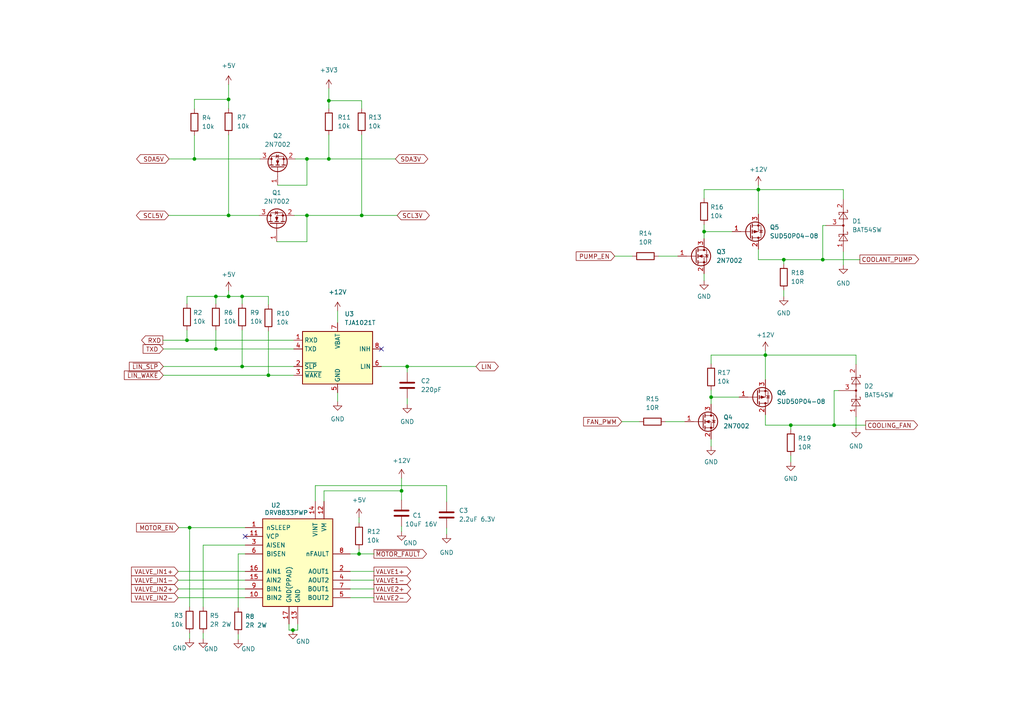
<source format=kicad_sch>
(kicad_sch (version 20211123) (generator eeschema)
  (paper "A4")
  (title_block (title "LINBus Valve Controller") (date "2023-02-15") (rev "1.0") (company "Gavin Hurlbut"))
  (lib_symbols
    (symbol "+12V_1" (power) (pin_names (offset 0))
      (property "Value" "+12V_1" (at 0 3.556 0))
      (symbol "+12V_1_0_1"
        (polyline (pts (xy -0.762 1.27) (xy 0 2.54)))
        (polyline (pts (xy 0 0) (xy 0 2.54)))
        (polyline (pts (xy 0 2.54) (xy 0.762 1.27)))
      )
      (symbol "+12V_1_1_1"
        (pin power_in line (at 0 0 90) (length 0) hide (name "+12V") (number "1"))
      )
    )
    (symbol "Device:C" (pin_numbers hide) (pin_names (offset 0.254))
      (property "Reference" "C" (at 0.635 2.54 0))
      (property "Value" "C" (at 0.635 -2.54 0))
      (symbol "C_0_1"
        (polyline (pts (xy -2.032 -0.762) (xy 2.032 -0.762)) (stroke (width 0.508)))
        (polyline (pts (xy -2.032 0.762) (xy 2.032 0.762)) (stroke (width 0.508)))
      )
      (symbol "C_1_1"
        (pin passive line (at 0 3.81 270) (length 2.794) (name "~") (number "1"))
        (pin passive line (at 0 -3.81 90) (length 2.794) (name "~") (number "2"))
      )
    )
    (symbol "Device:R" (pin_numbers hide) (pin_names (offset 0))
      (property "Reference" "R" (at 2.032 0 90))
      (property "Value" "R" (at 0 0 90))
      (symbol "R_0_1"
        (rectangle (start -1.016 -2.54) (end 1.016 2.54) (stroke (width 0.254)))
      )
      (symbol "R_1_1"
        (pin passive line (at 0 3.81 270) (length 1.27) (name "~") (number "1"))
        (pin passive line (at 0 -3.81 90) (length 1.27) (name "~") (number "2"))
      )
    )
    (symbol "Diode:BAT54SW" (pin_names (offset 1.016))
      (property "Reference" "D" (at 0.635 -3.81 0))
      (property "Value" "BAT54SW" (at -6.35 3.175 0))
      (symbol "BAT54SW_0_1"
        (polyline (pts (xy -3.81 0) (xy -1.27 0)))
        (polyline (pts (xy -3.175 -1.27) (xy -3.175 -1.016)))
        (polyline (pts (xy -2.54 -1.27) (xy -3.175 -1.27)))
        (polyline (pts (xy -2.54 -1.27) (xy -2.54 1.27)))
        (polyline (pts (xy -2.54 1.27) (xy -1.905 1.27)))
        (polyline (pts (xy -1.905 0) (xy 1.905 0)))
        (polyline (pts (xy -1.905 1.27) (xy -1.905 1.016)))
        (polyline (pts (xy 1.27 0) (xy 3.81 0)))
        (polyline (pts (xy 3.175 -1.27) (xy 3.175 -1.016)))
        (polyline (pts (xy 3.81 -1.27) (xy 3.175 -1.27)))
        (polyline (pts (xy 3.81 -1.27) (xy 3.81 1.27)))
        (polyline (pts (xy 3.81 1.27) (xy 4.445 1.27)))
        (polyline (pts (xy 4.445 1.27) (xy 4.445 1.016)))
        (polyline (pts (xy -4.445 1.27) (xy -4.445 -1.27) (xy -2.54 0) (xy -4.445 1.27)))
        (polyline (pts (xy 1.905 1.27) (xy 1.905 -1.27) (xy 3.81 0) (xy 1.905 1.27)))
        (circle (center 0 0) (radius 0.254) (fill (type outline)))
      )
      (symbol "BAT54SW_1_1"
        (pin passive line (at -7.62 0 0) (length 3.81) (name "~") (number "1"))
        (pin passive line (at 7.62 0 180) (length 3.81) (name "~") (number "2"))
        (pin passive line (at 0 -5.08 90) (length 5.08) (name "~") (number "3"))
      )
    )
    (symbol "Driver_Motor:DRV8833PWP" (pin_names (offset 1.016))
      (property "Reference" "U" (at -3.81 16.51 0))
      (property "Value" "DRV8833PWP" (at -3.81 13.97 0))
      (symbol "DRV8833PWP_0_1"
        (rectangle (start -10.16 12.7) (end 10.16 -12.7) (stroke (width 0.254)) (fill (type background)))
      )
      (symbol "DRV8833PWP_1_1"
        (pin input line (at -15.24 10.16 0) (length 5.08) (name "nSLEEP") (number "1"))
        (pin input line (at -15.24 -10.16 0) (length 5.08) (name "BIN2") (number "10"))
        (pin bidirectional line (at -15.24 7.62 0) (length 5.08) (name "VCP") (number "11"))
        (pin power_in line (at 7.62 17.78 270) (length 5.08) (name "VM") (number "12"))
        (pin power_in line (at 0 -17.78 90) (length 5.08) (name "GND") (number "13"))
        (pin power_in line (at 5.08 17.78 270) (length 5.08) (name "VINT") (number "14"))
        (pin input line (at -15.24 -5.08 0) (length 5.08) (name "AIN2") (number "15"))
        (pin input line (at -15.24 -2.54 0) (length 5.08) (name "AIN1") (number "16"))
        (pin power_in line (at -2.54 -17.78 90) (length 5.08) (name "GND(PPAD)") (number "17"))
        (pin power_out line (at 15.24 -2.54 180) (length 5.08) (name "AOUT1") (number "2"))
        (pin bidirectional line (at -15.24 5.08 0) (length 5.08) (name "AISEN") (number "3"))
        (pin power_out line (at 15.24 -5.08 180) (length 5.08) (name "AOUT2") (number "4"))
        (pin power_out line (at 15.24 -10.16 180) (length 5.08) (name "BOUT2") (number "5"))
        (pin bidirectional line (at -15.24 2.54 0) (length 5.08) (name "BISEN") (number "6"))
        (pin power_out line (at 15.24 -7.62 180) (length 5.08) (name "BOUT1") (number "7"))
        (pin open_collector line (at 15.24 2.54 180) (length 5.08) (name "nFAULT") (number "8"))
        (pin input line (at -15.24 -7.62 0) (length 5.08) (name "BIN1") (number "9"))
      )
    )
    (symbol "GND_1" (power) (pin_names (offset 0))
      (property "Value" "GND_1" (at 0 -3.81 0))
      (symbol "GND_1_0_1"
        (polyline (pts (xy 0 0) (xy 0 -1.27) (xy 1.27 -1.27) (xy 0 -2.54) (xy -1.27 -1.27) (xy 0 -1.27)))
      )
      (symbol "GND_1_1_1"
        (pin power_in line (at 0 0 270) (length 0) hide (name "GND") (number "1"))
      )
    )
    (symbol "GND_2" (power) (pin_names (offset 0))
      (property "Value" "GND_2" (at 0 -3.81 0))
      (symbol "GND_2_0_1"
        (polyline (pts (xy 0 0) (xy 0 -1.27) (xy 1.27 -1.27) (xy 0 -2.54) (xy -1.27 -1.27) (xy 0 -1.27)))
      )
      (symbol "GND_2_1_1"
        (pin power_in line (at 0 0 270) (length 0) hide (name "GND") (number "1"))
      )
    )
    (symbol "Interface_CAN_LIN:TJA1021T"
      (property "Reference" "U" (at -10.16 8.89 0))
      (property "Value" "TJA1021T" (at 1.27 8.89 0))
      (symbol "TJA1021T_0_1"
        (rectangle (start -10.16 7.62) (end 10.16 -7.62) (stroke (width 0.254)) (fill (type background)))
      )
      (symbol "TJA1021T_1_1"
        (pin open_collector line (at -12.7 5.08 0) (length 2.54) (name "RXD") (number "1"))
        (pin input line (at -12.7 -2.54 0) (length 2.54) (name "~{SLP}") (number "2"))
        (pin input line (at -12.7 -5.08 0) (length 2.54) (name "~{WAKE}") (number "3"))
        (pin input line (at -12.7 2.54 0) (length 2.54) (name "TXD") (number "4"))
        (pin power_in line (at 0 -10.16 90) (length 2.54) (name "GND") (number "5"))
        (pin bidirectional line (at 12.7 -2.54 180) (length 2.54) (name "LIN") (number "6"))
        (pin power_in line (at 0 10.16 270) (length 2.54) (name "VBAT") (number "7"))
        (pin output line (at 12.7 2.54 180) (length 2.54) (name "INH") (number "8"))
      )
    )
    (symbol "Transistor_FET:2N7002" (pin_names hide)
      (property "Reference" "Q" (at 5.08 1.905 0))
      (property "Value" "2N7002" (at 5.08 0 0))
      (symbol "2N7002_0_1"
        (polyline (pts (xy 0.254 0) (xy -2.54 0)))
        (polyline (pts (xy 0.254 1.905) (xy 0.254 -1.905)) (stroke (width 0.254)))
        (polyline (pts (xy 0.762 -1.27) (xy 0.762 -2.286)) (stroke (width 0.254)))
        (polyline (pts (xy 0.762 0.508) (xy 0.762 -0.508)) (stroke (width 0.254)))
        (polyline (pts (xy 0.762 2.286) (xy 0.762 1.27)) (stroke (width 0.254)))
        (polyline (pts (xy 2.54 2.54) (xy 2.54 1.778)))
        (polyline (pts (xy 2.54 -2.54) (xy 2.54 0) (xy 0.762 0)))
        (polyline (pts (xy 0.762 -1.778) (xy 3.302 -1.778) (xy 3.302 1.778) (xy 0.762 1.778)))
        (polyline (pts (xy 1.016 0) (xy 2.032 0.381) (xy 2.032 -0.381) (xy 1.016 0)) (fill (type outline)))
        (polyline (pts (xy 2.794 0.508) (xy 2.921 0.381) (xy 3.683 0.381) (xy 3.81 0.254)))
        (polyline (pts (xy 3.302 0.381) (xy 2.921 -0.254) (xy 3.683 -0.254) (xy 3.302 0.381)))
        (circle (center 1.651 0) (radius 2.794) (stroke (width 0.254)))
        (circle (center 2.54 -1.778) (radius 0.254) (fill (type outline)))
        (circle (center 2.54 1.778) (radius 0.254) (fill (type outline)))
      )
      (symbol "2N7002_1_1"
        (pin input line (at -5.08 0 0) (length 2.54) (name "G") (number "1"))
        (pin passive line (at 2.54 -5.08 90) (length 2.54) (name "S") (number "2"))
        (pin passive line (at 2.54 5.08 270) (length 2.54) (name "D") (number "3"))
      )
    )
    (symbol "Transistor_FET:SUD50P04-08" (pin_names hide)
      (property "Reference" "Q" (at 4.953 1.905 0))
      (property "Value" "SUD50P04-08" (at 4.953 0 0))
      (symbol "SUD50P04-08_0_1"
        (polyline (pts (xy 0.254 0) (xy -2.54 0)))
        (polyline (pts (xy 0.254 1.905) (xy 0.254 -1.905)) (stroke (width 0.254)))
        (polyline (pts (xy 0.762 -1.27) (xy 0.762 -2.286)) (stroke (width 0.254)))
        (polyline (pts (xy 0.762 0.508) (xy 0.762 -0.508)) (stroke (width 0.254)))
        (polyline (pts (xy 0.762 2.286) (xy 0.762 1.27)) (stroke (width 0.254)))
        (polyline (pts (xy 2.54 2.54) (xy 2.54 1.778)))
        (polyline (pts (xy 2.54 -2.54) (xy 2.54 0) (xy 0.762 0)))
        (polyline (pts (xy 0.762 1.778) (xy 3.302 1.778) (xy 3.302 -1.778) (xy 0.762 -1.778)))
        (polyline (pts (xy 2.286 0) (xy 1.27 0.381) (xy 1.27 -0.381) (xy 2.286 0)) (fill (type outline)))
        (polyline (pts (xy 2.794 -0.508) (xy 2.921 -0.381) (xy 3.683 -0.381) (xy 3.81 -0.254)))
        (polyline (pts (xy 3.302 -0.381) (xy 2.921 0.254) (xy 3.683 0.254) (xy 3.302 -0.381)))
        (circle (center 1.651 0) (radius 2.794) (stroke (width 0.254)))
        (circle (center 2.54 -1.778) (radius 0.254) (fill (type outline)))
        (circle (center 2.54 1.778) (radius 0.254) (fill (type outline)))
      )
      (symbol "SUD50P04-08_1_1"
        (pin input line (at -5.08 0 0) (length 2.54) (name "G") (number "1"))
        (pin passive line (at 2.54 5.08 270) (length 2.54) (name "D") (number "2"))
        (pin passive line (at 2.54 -5.08 90) (length 2.54) (name "S") (number "3"))
      )
    )
    (symbol "power:+12V" (power) (pin_names (offset 0))
      (property "Value" "+12V" (at 0 3.556 0))
      (symbol "+12V_0_1"
        (polyline (pts (xy -0.762 1.27) (xy 0 2.54)))
        (polyline (pts (xy 0 0) (xy 0 2.54)))
        (polyline (pts (xy 0 2.54) (xy 0.762 1.27)))
      )
      (symbol "+12V_1_1"
        (pin power_in line (at 0 0 90) (length 0) hide (name "+12V") (number "1"))
      )
    )
    (symbol "power:+3V3" (power) (pin_names (offset 0))
      (property "Value" "+3V3" (at 0 3.556 0))
      (symbol "+3V3_0_1"
        (polyline (pts (xy -0.762 1.27) (xy 0 2.54)))
        (polyline (pts (xy 0 0) (xy 0 2.54)))
        (polyline (pts (xy 0 2.54) (xy 0.762 1.27)))
      )
      (symbol "+3V3_1_1"
        (pin power_in line (at 0 0 90) (length 0) hide (name "+3V3") (number "1"))
      )
    )
    (symbol "power:+5V" (power) (pin_names (offset 0))
      (property "Value" "+5V" (at 0 3.556 0))
      (symbol "+5V_0_1"
        (polyline (pts (xy -0.762 1.27) (xy 0 2.54)))
        (polyline (pts (xy 0 0) (xy 0 2.54)))
        (polyline (pts (xy 0 2.54) (xy 0.762 1.27)))
      )
      (symbol "+5V_1_1"
        (pin power_in line (at 0 0 90) (length 0) hide (name "+5V") (number "1"))
      )
    )
    (symbol "power:GND" (power) (pin_names (offset 0))
      (property "Value" "GND" (at 0 -3.81 0))
      (symbol "GND_0_1"
        (polyline (pts (xy 0 0) (xy 0 -1.27) (xy 1.27 -1.27) (xy 0 -2.54) (xy -1.27 -1.27) (xy 0 -1.27)))
      )
      (symbol "GND_1_1"
        (pin power_in line (at 0 0 270) (length 0) hide (name "GND") (number "1"))
      )
    )
  )
  (junction (at 104.902 62.484))
  (junction (at 219.964 54.991))
  (junction (at 56.388 46.101))
  (junction (at 227.33 75.311))
  (junction (at 70.231 85.979))
  (junction (at 66.294 85.979))
  (junction (at 70.231 106.299))
  (junction (at 104.14 160.655))
  (junction (at 95.377 29.21))
  (junction (at 66.294 62.484))
  (junction (at 62.611 85.979))
  (junction (at 89.027 46.101))
  (junction (at 54.229 98.679))
  (junction (at 84.963 182.753))
  (junction (at 118.11 106.299))
  (junction (at 241.935 123.317))
  (junction (at 89.027 62.484))
  (junction (at 66.294 28.829))
  (junction (at 221.996 102.997))
  (junction (at 77.851 108.839))
  (junction (at 62.611 101.219))
  (junction (at 238.633 75.311))
  (junction (at 54.991 153.035))
  (junction (at 204.216 67.183))
  (junction (at 206.248 115.189))
  (junction (at 229.362 123.317))
  (junction (at 116.459 142.367))
  (junction (at 95.377 46.101))
  (no_connect (at 71.12 155.575))
  (no_connect (at 110.617 101.219))
  (wire (pts (xy 70.231 85.979) (xy 77.851 85.979)))
  (wire (pts (xy 89.027 70.104) (xy 89.027 62.484)))
  (wire (pts (xy 95.377 46.101) (xy 114.681 46.101)))
  (wire (pts (xy 84.963 182.753) (xy 86.36 182.753)))
  (wire (pts (xy 227.33 84.201) (xy 227.33 85.979)))
  (wire (pts (xy 206.248 115.189) (xy 206.248 117.221)))
  (wire (pts (xy 89.027 46.101) (xy 95.377 46.101)))
  (wire (pts (xy 58.928 183.642) (xy 58.928 185.293)))
  (wire (pts (xy 104.14 150.114) (xy 104.14 151.638)))
  (wire (pts (xy 97.917 113.919) (xy 97.917 116.459)))
  (wire (pts (xy 95.377 29.21) (xy 104.902 29.21)))
  (wire (pts (xy 58.928 158.115) (xy 71.12 158.115)))
  (wire (pts (xy 204.216 79.375) (xy 204.216 81.407)))
  (wire (pts (xy 62.611 101.219) (xy 85.217 101.219)))
  (wire (pts (xy 229.362 132.207) (xy 229.362 133.985)))
  (wire (pts (xy 51.689 165.735) (xy 71.12 165.735)))
  (wire (pts (xy 83.82 180.975) (xy 83.82 182.753)))
  (wire (pts (xy 219.964 53.721) (xy 219.964 54.991)))
  (wire (pts (xy 51.689 170.815) (xy 71.12 170.815)))
  (wire (pts (xy 206.248 113.157) (xy 206.248 115.189)))
  (wire (pts (xy 54.229 85.979) (xy 62.611 85.979)))
  (wire (pts (xy 71.12 168.275) (xy 51.689 168.275)))
  (wire (pts (xy 77.851 85.979) (xy 77.851 88.392)))
  (wire (pts (xy 241.935 123.317) (xy 251.079 123.317)))
  (wire (pts (xy 101.6 160.655) (xy 104.14 160.655)))
  (wire (pts (xy 221.996 123.317) (xy 229.362 123.317)))
  (wire (pts (xy 101.6 170.815) (xy 108.458 170.815)))
  (wire (pts (xy 62.611 85.979) (xy 66.294 85.979)))
  (wire (pts (xy 80.518 53.721) (xy 89.027 53.721)))
  (wire (pts (xy 85.598 46.101) (xy 89.027 46.101)))
  (wire (pts (xy 118.11 106.299) (xy 138.049 106.299)))
  (wire (pts (xy 249.4026 75.2094) (xy 249.4026 75.311)))
  (wire (pts (xy 77.851 96.012) (xy 77.851 108.839)))
  (wire (pts (xy 62.611 95.758) (xy 62.611 101.219)))
  (wire (pts (xy 97.917 90.17) (xy 97.917 93.599)))
  (wire (pts (xy 206.248 115.189) (xy 214.376 115.189)))
  (wire (pts (xy 204.216 67.183) (xy 212.344 67.183)))
  (wire (pts (xy 89.027 53.721) (xy 89.027 46.101)))
  (wire (pts (xy 244.602 73.025) (xy 244.602 76.835)))
  (wire (pts (xy 91.44 140.843) (xy 129.54 140.843)))
  (wire (pts (xy 118.11 115.57) (xy 118.11 117.221)))
  (wire (pts (xy 227.33 75.311) (xy 238.633 75.311)))
  (wire (pts (xy 48.895 62.484) (xy 66.294 62.484)))
  (wire (pts (xy 70.231 85.979) (xy 70.231 88.138)))
  (wire (pts (xy 70.231 95.758) (xy 70.231 106.299)))
  (wire (pts (xy 66.294 39.116) (xy 66.294 62.484)))
  (wire (pts (xy 56.388 28.829) (xy 66.294 28.829)))
  (wire (pts (xy 219.964 54.991) (xy 219.964 62.103)))
  (wire (pts (xy 70.231 106.299) (xy 85.217 106.299)))
  (wire (pts (xy 248.285 102.997) (xy 248.285 105.664)))
  (wire (pts (xy 66.294 85.979) (xy 70.231 85.979)))
  (wire (pts (xy 69.088 183.896) (xy 69.088 185.42)))
  (wire (pts (xy 80.264 70.104) (xy 89.027 70.104)))
  (wire (pts (xy 69.088 176.276) (xy 69.088 160.655)))
  (wire (pts (xy 204.216 65.151) (xy 204.216 67.183)))
  (wire (pts (xy 227.33 75.311) (xy 227.33 76.581)))
  (wire (pts (xy 77.851 108.839) (xy 85.217 108.839)))
  (wire (pts (xy 104.902 62.484) (xy 115.189 62.484)))
  (wire (pts (xy 101.6 168.275) (xy 108.458 168.275)))
  (wire (pts (xy 95.377 39.116) (xy 95.377 46.101)))
  (wire (pts (xy 56.388 39.243) (xy 56.388 46.101)))
  (wire (pts (xy 47.371 101.219) (xy 62.611 101.219)))
  (wire (pts (xy 66.294 84.328) (xy 66.294 85.979)))
  (wire (pts (xy 118.11 106.299) (xy 118.11 107.95)))
  (wire (pts (xy 241.935 113.284) (xy 241.935 123.317)))
  (wire (pts (xy 91.44 145.415) (xy 91.44 140.843)))
  (wire (pts (xy 54.229 88.138) (xy 54.229 85.979)))
  (wire (pts (xy 54.991 153.035) (xy 71.12 153.035)))
  (wire (pts (xy 47.371 108.839) (xy 77.851 108.839)))
  (wire (pts (xy 47.244 98.679) (xy 54.229 98.679)))
  (wire (pts (xy 86.36 182.753) (xy 86.36 180.975)))
  (wire (pts (xy 54.991 176.022) (xy 54.991 153.035)))
  (wire (pts (xy 219.964 54.991) (xy 244.602 54.991)))
  (wire (pts (xy 129.54 154.94) (xy 129.54 153.162)))
  (wire (pts (xy 116.459 138.684) (xy 116.459 142.367)))
  (wire (pts (xy 89.027 62.484) (xy 104.902 62.484)))
  (wire (pts (xy 66.294 24.511) (xy 66.294 28.829)))
  (wire (pts (xy 229.362 123.317) (xy 241.935 123.317)))
  (wire (pts (xy 85.344 62.484) (xy 89.027 62.484)))
  (wire (pts (xy 104.14 160.655) (xy 104.14 159.258)))
  (wire (pts (xy 221.996 102.997) (xy 221.996 110.109)))
  (wire (pts (xy 62.611 85.979) (xy 62.611 88.138)))
  (wire (pts (xy 56.388 28.829) (xy 56.388 31.623)))
  (wire (pts (xy 95.377 29.21) (xy 95.377 31.496)))
  (wire (pts (xy 54.229 95.758) (xy 54.229 98.679)))
  (wire (pts (xy 191.008 74.295) (xy 196.596 74.295)))
  (wire (pts (xy 248.285 120.904) (xy 248.285 124.206)))
  (wire (pts (xy 180.34 122.301) (xy 185.42 122.301)))
  (wire (pts (xy 116.459 152.654) (xy 116.459 154.178)))
  (wire (pts (xy 238.633 65.405) (xy 238.633 75.311)))
  (wire (pts (xy 221.996 102.997) (xy 248.285 102.997)))
  (wire (pts (xy 66.294 31.496) (xy 66.294 28.829)))
  (wire (pts (xy 238.633 75.311) (xy 249.4026 75.311)))
  (wire (pts (xy 204.216 57.531) (xy 204.216 54.991)))
  (wire (pts (xy 204.216 67.183) (xy 204.216 69.215)))
  (wire (pts (xy 193.04 122.301) (xy 198.628 122.301)))
  (wire (pts (xy 178.308 74.295) (xy 183.388 74.295)))
  (wire (pts (xy 221.996 120.269) (xy 221.996 123.317)))
  (wire (pts (xy 129.54 140.843) (xy 129.54 145.542)))
  (wire (pts (xy 83.82 182.753) (xy 84.963 182.753)))
  (wire (pts (xy 229.362 123.317) (xy 229.362 124.587)))
  (wire (pts (xy 54.229 98.679) (xy 85.217 98.679)))
  (wire (pts (xy 104.902 29.21) (xy 104.902 31.496)))
  (wire (pts (xy 219.964 72.263) (xy 219.964 75.311)))
  (wire (pts (xy 206.248 105.537) (xy 206.248 102.997)))
  (wire (pts (xy 243.205 113.284) (xy 241.935 113.284)))
  (wire (pts (xy 49.022 46.101) (xy 56.388 46.101)))
  (wire (pts (xy 104.14 160.655) (xy 108.458 160.655)))
  (wire (pts (xy 219.964 75.311) (xy 227.33 75.311)))
  (wire (pts (xy 101.6 165.735) (xy 108.458 165.735)))
  (wire (pts (xy 206.248 102.997) (xy 221.996 102.997)))
  (wire (pts (xy 93.98 142.367) (xy 116.459 142.367)))
  (wire (pts (xy 104.902 39.116) (xy 104.902 62.484)))
  (wire (pts (xy 204.216 54.991) (xy 219.964 54.991)))
  (wire (pts (xy 56.388 46.101) (xy 75.438 46.101)))
  (wire (pts (xy 239.522 65.405) (xy 238.633 65.405)))
  (wire (pts (xy 51.689 173.355) (xy 71.12 173.355)))
  (wire (pts (xy 110.617 106.299) (xy 118.11 106.299)))
  (wire (pts (xy 101.6 173.355) (xy 108.458 173.355)))
  (wire (pts (xy 58.928 176.022) (xy 58.928 158.115)))
  (wire (pts (xy 47.371 106.299) (xy 70.231 106.299)))
  (wire (pts (xy 206.248 127.381) (xy 206.248 129.413)))
  (wire (pts (xy 95.377 25.654) (xy 95.377 29.21)))
  (wire (pts (xy 66.294 62.484) (xy 75.184 62.484)))
  (wire (pts (xy 69.088 160.655) (xy 71.12 160.655)))
  (wire (pts (xy 116.459 142.367) (xy 116.459 145.034)))
  (wire (pts (xy 51.816 153.035) (xy 54.991 153.035)))
  (wire (pts (xy 244.602 54.991) (xy 244.602 57.785)))
  (wire (pts (xy 221.996 101.727) (xy 221.996 102.997)))
  (wire (pts (xy 54.991 183.642) (xy 54.991 185.166)))
  (wire (pts (xy 93.98 145.415) (xy 93.98 142.367)))
  (global_label "~{LIN_WAKE}" (shape input) (at 47.371 108.839 180) (property "Intersheet References" "${INTERSHEET_REFS}" (effects hide)))
  (global_label "COOLING_FAN" (shape output) (at 251.079 123.317 0) (property "Intersheet References" "${INTERSHEET_REFS}" (effects hide)))
  (global_label "VALVE2+" (shape output) (at 108.458 170.815 0) (property "Intersheet References" "${INTERSHEET_REFS}" (effects hide)))
  (global_label "SDA3V" (shape bidirectional) (at 114.681 46.101 0) (property "Intersheet References" "${INTERSHEET_REFS}" (effects hide)))
  (global_label "FAN_PWM" (shape input) (at 180.34 122.301 180) (property "Intersheet References" "${INTERSHEET_REFS}" (effects hide)))
  (global_label "VALVE1-" (shape output) (at 108.458 168.275 0) (property "Intersheet References" "${INTERSHEET_REFS}" (effects hide)))
  (global_label "SCL3V" (shape bidirectional) (at 115.189 62.484 0) (property "Intersheet References" "${INTERSHEET_REFS}" (effects hide)))
  (global_label "VALVE2-" (shape output) (at 108.458 173.355 0) (property "Intersheet References" "${INTERSHEET_REFS}" (effects hide)))
  (global_label "~{LIN_SLP}" (shape input) (at 47.371 106.299 180) (property "Intersheet References" "${INTERSHEET_REFS}" (effects hide)))
  (global_label "VALVE_IN2+" (shape input) (at 51.689 170.815 180) (property "Intersheet References" "${INTERSHEET_REFS}" (effects hide)))
  (global_label "SCL5V" (shape bidirectional) (at 48.895 62.484 180) (property "Intersheet References" "${INTERSHEET_REFS}" (effects hide)))
  (global_label "RXD" (shape output) (at 47.244 98.679 180) (property "Intersheet References" "${INTERSHEET_REFS}" (effects hide)))
  (global_label "MOTOR_EN" (shape input) (at 51.816 153.035 180) (property "Intersheet References" "${INTERSHEET_REFS}" (effects hide)))
  (global_label "TXD" (shape input) (at 47.371 101.219 180) (property "Intersheet References" "${INTERSHEET_REFS}" (effects hide)))
  (global_label "~{MOTOR_FAULT}" (shape output) (at 108.458 160.655 0) (property "Intersheet References" "${INTERSHEET_REFS}" (effects hide)))
  (global_label "PUMP_EN" (shape input) (at 178.308 74.295 180) (property "Intersheet References" "${INTERSHEET_REFS}" (effects hide)))
  (global_label "LIN" (shape bidirectional) (at 138.049 106.299 0) (property "Intersheet References" "${INTERSHEET_REFS}" (effects hide)))
  (global_label "VALVE_IN1-" (shape input) (at 51.689 168.275 180) (property "Intersheet References" "${INTERSHEET_REFS}" (effects hide)))
  (global_label "VALVE_IN1+" (shape input) (at 51.689 165.735 180) (property "Intersheet References" "${INTERSHEET_REFS}" (effects hide)))
  (global_label "SDA5V" (shape bidirectional) (at 49.022 46.101 180) (property "Intersheet References" "${INTERSHEET_REFS}" (effects hide)))
  (global_label "VALVE_IN2-" (shape input) (at 51.689 173.355 180) (property "Intersheet References" "${INTERSHEET_REFS}" (effects hide)))
  (global_label "COOLANT_PUMP" (shape output) (at 249.4026 75.2094 0) (property "Intersheet References" "${INTERSHEET_REFS}" (effects hide)))
  (global_label "VALVE1+" (shape output) (at 108.458 165.735 0) (property "Intersheet References" "${INTERSHEET_REFS}" (effects hide)))
  (symbol (lib_id "Diode:BAT54SW") (at 244.602 65.405 270) (mirror x) (unit 1)
    (property "Reference" "D1" (at 247.1674 64.1349 90) (effects (justify left)))
    (property "Value" "BAT54SW" (at 247.1674 66.6749 90) (effects (justify left)))
    (property "Footprint" "Package_TO_SOT_SMD:SOT-323_SC-70" (effects hide))
    (property "Datasheet" "https://assets.nexperia.com/documents/data-sheet/BAT54W_SER.pdf" (effects hide))
  )
  (symbol (lib_id "power:GND") (at 84.963 182.753 0) (unit 1)
    (property "Reference" "#PWR024" (effects hide))
    (property "Value" "GND" (at 87.884 186.055 0))
  )
  (symbol (lib_id "power:+12V") (at 97.917 90.17 0) (unit 1)
    (property "Reference" "#PWR026" (effects hide))
    (property "Value" "+12V" (at 97.917 84.709 0))
  )
  (symbol (lib_id "Transistor_FET:2N7002") (at 201.676 74.295 0) (unit 1)
    (property "Reference" "Q3" (at 207.772 73.0249 0) (effects (justify left)))
    (property "Value" "2N7002" (at 207.772 75.5649 0) (effects (justify left)))
    (property "Footprint" "Package_TO_SOT_SMD:SOT-23" (effects hide))
    (property "Datasheet" "https://www.onsemi.com/pub/Collateral/NDS7002A-D.PDF" (effects hide))
  )
  (symbol (lib_id "Device:R") (at 189.23 122.301 90) (unit 1)
    (property "Reference" "R15" (at 189.23 115.697 90))
    (property "Value" "10R" (at 189.23 118.237 90))
    (property "Footprint" "Resistor_SMD:R_0805_2012Metric_Pad1.20x1.40mm_HandSolder" (effects hide))
  )
  (symbol (lib_id "Device:R") (at 204.216 61.341 0) (unit 1)
    (property "Reference" "R16" (at 205.994 60.0709 0) (effects (justify left)))
    (property "Value" "10k" (at 205.994 62.6109 0) (effects (justify left)))
    (property "Footprint" "Resistor_SMD:R_0805_2012Metric_Pad1.20x1.40mm_HandSolder" (effects hide))
  )
  (symbol (lib_id "Transistor_FET:2N7002") (at 80.518 48.641 90) (unit 1)
    (property "Reference" "Q2" (at 80.518 39.37 90))
    (property "Value" "2N7002" (at 80.518 41.91 90))
    (property "Footprint" "Package_TO_SOT_SMD:SOT-23" (effects hide))
    (property "Datasheet" "https://www.onsemi.com/pub/Collateral/NDS7002A-D.PDF" (effects hide))
  )
  (symbol (lib_id "Device:R") (at 54.229 91.948 0) (unit 1)
    (property "Reference" "R2" (at 56.007 90.6779 0) (effects (justify left)))
    (property "Value" "10k" (at 56.007 93.2179 0) (effects (justify left)))
    (property "Footprint" "Resistor_SMD:R_0805_2012Metric_Pad1.20x1.40mm_HandSolder" (effects hide))
  )
  (symbol (lib_id "Transistor_FET:2N7002") (at 80.264 65.024 90) (unit 1)
    (property "Reference" "Q1" (at 80.264 55.88 90))
    (property "Value" "2N7002" (at 80.264 58.42 90))
    (property "Footprint" "Package_TO_SOT_SMD:SOT-23" (effects hide))
    (property "Datasheet" "https://www.onsemi.com/pub/Collateral/NDS7002A-D.PDF" (effects hide))
  )
  (symbol (lib_id "power:+5V") (at 66.294 24.511 0) (unit 1)
    (property "Reference" "#PWR021" (effects hide))
    (property "Value" "+5V" (at 66.294 19.05 0))
  )
  (symbol (lib_id "Device:C") (at 116.459 148.844 0) (unit 1)
    (property "Reference" "C1" (at 119.634 149.479 0) (effects (justify left)))
    (property "Value" "10uF 16V" (at 117.475 152.019 0) (effects (justify left)))
    (property "Footprint" "Capacitor_SMD:C_1206_3216Metric_Pad1.33x1.80mm_HandSolder" (effects hide))
  )
  (symbol (lib_id "power:GND") (at 97.917 116.459 0) (unit 1)
    (property "Reference" "#PWR027" (effects hide))
    (property "Value" "GND" (at 97.917 121.539 0))
  )
  (symbol (lib_id "Device:R") (at 58.928 179.832 0) (unit 1)
    (property "Reference" "R5" (at 60.833 178.5619 0) (effects (justify left)))
    (property "Value" "2R 2W" (at 60.833 181.1019 0) (effects (justify left)))
    (property "Footprint" "Resistor_SMD:R_2010_5025Metric_Pad1.40x2.65mm_HandSolder" (effects hide))
  )
  (symbol (lib_id "power:GND") (at 116.459 154.178 0) (unit 1)
    (property "Reference" "#PWR030" (effects hide))
    (property "Value" "GND" (at 118.999 157.48 0))
  )
  (symbol (lib_id "Driver_Motor:DRV8833PWP") (at 86.36 163.195 0) (unit 1)
    (property "Reference" "U2" (at 78.613 146.558 0) (effects (justify left)))
    (property "Value" "DRV8833PWP" (at 76.708 148.717 0) (effects (justify left)))
    (property "Footprint" "Package_SO:HTSSOP-16-1EP_4.4x5mm_P0.65mm_EP3.4x5mm_Mask2.46x2.31mm_ThermalVias" (effects hide))
    (property "Datasheet" "http://www.ti.com/lit/ds/symlink/drv8833.pdf" (effects hide))
  )
  (symbol (lib_id "power:GND") (at 129.54 154.94 0) (unit 1)
    (property "Reference" "#PWR032" (effects hide))
    (property "Value" "GND" (at 129.54 160.274 0))
  )
  (symbol (lib_name "GND_2") (lib_id "power:GND") (at 204.216 81.407 0) (unit 1)
    (property "Reference" "#PWR033" (effects hide))
    (property "Value" "GND" (at 204.216 85.979 0))
  )
  (symbol (lib_name "+12V_1") (lib_id "power:+12V") (at 221.996 101.727 0) (unit 1)
    (property "Reference" "#PWR036" (effects hide))
    (property "Value" "+12V" (at 221.996 97.155 0))
  )
  (symbol (lib_name "GND_1") (lib_id "power:GND") (at 229.362 133.985 0) (unit 1)
    (property "Reference" "#PWR038" (effects hide))
    (property "Value" "GND" (at 229.362 138.811 0))
  )
  (symbol (lib_id "Device:R") (at 56.388 35.433 0) (unit 1)
    (property "Reference" "R4" (at 58.547 34.1629 0) (effects (justify left)))
    (property "Value" "10k" (at 58.547 36.7029 0) (effects (justify left)))
    (property "Footprint" "Resistor_SMD:R_0805_2012Metric_Pad1.20x1.40mm_HandSolder" (effects hide))
  )
  (symbol (lib_id "power:GND") (at 248.285 124.206 0) (unit 1)
    (property "Reference" "#PWR040" (effects hide))
    (property "Value" "GND" (at 248.285 129.413 0))
  )
  (symbol (lib_id "Device:R") (at 104.14 155.448 0) (unit 1)
    (property "Reference" "R12" (at 106.426 154.1779 0) (effects (justify left)))
    (property "Value" "10k" (at 106.426 156.7179 0) (effects (justify left)))
    (property "Footprint" "Resistor_SMD:R_0805_2012Metric_Pad1.20x1.40mm_HandSolder" (effects hide))
  )
  (symbol (lib_id "Device:R") (at 229.362 128.397 0) (unit 1)
    (property "Reference" "R19" (at 231.394 127.1269 0) (effects (justify left)))
    (property "Value" "10R" (at 231.394 129.6669 0) (effects (justify left)))
    (property "Footprint" "Resistor_SMD:R_0805_2012Metric_Pad1.20x1.40mm_HandSolder" (effects hide))
  )
  (symbol (lib_id "Device:R") (at 77.851 92.202 0) (unit 1)
    (property "Reference" "R10" (at 80.137 90.9319 0) (effects (justify left)))
    (property "Value" "10k" (at 80.137 93.4719 0) (effects (justify left)))
    (property "Footprint" "Resistor_SMD:R_0805_2012Metric_Pad1.20x1.40mm_HandSolder" (effects hide))
  )
  (symbol (lib_id "power:GND") (at 244.602 76.835 0) (unit 1)
    (property "Reference" "#PWR039" (effects hide))
    (property "Value" "GND" (at 244.602 82.169 0))
  )
  (symbol (lib_id "Device:R") (at 69.088 180.086 0) (unit 1)
    (property "Reference" "R8" (at 71.12 178.8159 0) (effects (justify left)))
    (property "Value" "2R 2W" (at 71.12 181.3559 0) (effects (justify left)))
    (property "Footprint" "Resistor_SMD:R_2010_5025Metric_Pad1.40x2.65mm_HandSolder" (effects hide))
  )
  (symbol (lib_id "Device:R") (at 66.294 35.306 0) (unit 1)
    (property "Reference" "R7" (at 68.707 34.0359 0) (effects (justify left)))
    (property "Value" "10k" (at 68.707 36.5759 0) (effects (justify left)))
    (property "Footprint" "Resistor_SMD:R_0805_2012Metric_Pad1.20x1.40mm_HandSolder" (effects hide))
  )
  (symbol (lib_id "power:GND") (at 118.11 117.221 0) (unit 1)
    (property "Reference" "#PWR031" (effects hide))
    (property "Value" "GND" (at 118.11 122.301 0))
  )
  (symbol (lib_id "Device:R") (at 104.902 35.306 0) (unit 1)
    (property "Reference" "R13" (at 106.807 34.0359 0) (effects (justify left)))
    (property "Value" "10k" (at 106.807 36.5759 0) (effects (justify left)))
    (property "Footprint" "Resistor_SMD:R_0805_2012Metric_Pad1.20x1.40mm_HandSolder" (effects hide))
  )
  (symbol (lib_id "power:GND") (at 54.991 185.166 0) (unit 1)
    (property "Reference" "#PWR019" (effects hide))
    (property "Value" "GND" (at 52.07 187.96 0))
  )
  (symbol (lib_id "Device:C") (at 129.54 149.352 0) (unit 1)
    (property "Reference" "C3" (at 133.096 148.0819 0) (effects (justify left)))
    (property "Value" "2.2uF 6.3V" (at 133.096 150.6219 0) (effects (justify left)))
    (property "Footprint" "Capacitor_SMD:C_1206_3216Metric_Pad1.33x1.80mm_HandSolder" (effects hide))
  )
  (symbol (lib_name "GND_2") (lib_id "power:GND") (at 206.248 129.413 0) (unit 1)
    (property "Reference" "#PWR034" (effects hide))
    (property "Value" "GND" (at 206.248 133.985 0))
  )
  (symbol (lib_name "+12V_1") (lib_id "power:+12V") (at 219.964 53.721 0) (unit 1)
    (property "Reference" "#PWR035" (effects hide))
    (property "Value" "+12V" (at 219.964 49.149 0))
  )
  (symbol (lib_id "Device:R") (at 54.991 179.832 0) (unit 1)
    (property "Reference" "R3" (at 50.419 178.562 0) (effects (justify left)))
    (property "Value" "10k" (at 49.53 181.102 0) (effects (justify left)))
    (property "Footprint" "Resistor_SMD:R_0805_2012Metric_Pad1.20x1.40mm_HandSolder" (effects hide))
  )
  (symbol (lib_id "Device:C") (at 118.11 111.76 0) (unit 1)
    (property "Reference" "C2" (at 122.047 110.4899 0) (effects (justify left)))
    (property "Value" "220pF" (at 122.047 113.0299 0) (effects (justify left)))
    (property "Footprint" "Capacitor_SMD:C_0805_2012Metric_Pad1.18x1.45mm_HandSolder" (effects hide))
  )
  (symbol (lib_id "power:+12V") (at 116.459 138.684 0) (unit 1)
    (property "Reference" "#PWR029" (effects hide))
    (property "Value" "+12V" (at 116.459 133.604 0))
  )
  (symbol (lib_id "Transistor_FET:2N7002") (at 203.708 122.301 0) (unit 1)
    (property "Reference" "Q4" (at 209.804 121.0309 0) (effects (justify left)))
    (property "Value" "2N7002" (at 209.804 123.5709 0) (effects (justify left)))
    (property "Footprint" "Package_TO_SOT_SMD:SOT-23" (effects hide))
    (property "Datasheet" "https://www.onsemi.com/pub/Collateral/NDS7002A-D.PDF" (effects hide))
  )
  (symbol (lib_id "power:GND") (at 69.088 185.42 0) (unit 1)
    (property "Reference" "#PWR023" (effects hide))
    (property "Value" "GND" (at 72.009 188.214 0))
  )
  (symbol (lib_id "power:+3V3") (at 95.377 25.654 0) (unit 1)
    (property "Reference" "#PWR025" (effects hide))
    (property "Value" "+3V3" (at 95.377 20.32 0))
  )
  (symbol (lib_id "power:+5V") (at 66.294 84.328 0) (unit 1)
    (property "Reference" "#PWR022" (effects hide))
    (property "Value" "+5V" (at 66.294 79.629 0))
  )
  (symbol (lib_id "Interface_CAN_LIN:TJA1021T") (at 97.917 103.759 0) (unit 1)
    (property "Reference" "U3" (at 99.9364 91.059 0) (effects (justify left)))
    (property "Value" "TJA1021T" (at 99.9364 93.599 0) (effects (justify left)))
    (property "Footprint" "Package_SO:SOIC-8_3.9x4.9mm_P1.27mm" (effects hide))
    (property "Datasheet" "http://www.nxp.com/documents/data_sheet/TJA1021.pdf" (effects hide))
  )
  (symbol (lib_id "Transistor_FET:SUD50P04-08") (at 219.456 115.189 0) (mirror x) (unit 1)
    (property "Reference" "Q6" (at 225.298 113.9189 0) (effects (justify left)))
    (property "Value" "SUD50P04-08" (at 225.298 116.4589 0) (effects (justify left)))
    (property "Footprint" "Package_TO_SOT_SMD:TO-252-2" (effects hide))
    (property "Datasheet" "https://www.vishay.com/docs/65594/sud50p04-08.pdf" (effects hide))
  )
  (symbol (lib_id "Device:R") (at 95.377 35.306 0) (unit 1)
    (property "Reference" "R11" (at 97.917 34.0359 0) (effects (justify left)))
    (property "Value" "10k" (at 97.917 36.5759 0) (effects (justify left)))
    (property "Footprint" "Resistor_SMD:R_0805_2012Metric_Pad1.20x1.40mm_HandSolder" (effects hide))
  )
  (symbol (lib_id "Device:R") (at 62.611 91.948 0) (unit 1)
    (property "Reference" "R6" (at 64.897 90.6779 0) (effects (justify left)))
    (property "Value" "10k" (at 64.897 93.2179 0) (effects (justify left)))
    (property "Footprint" "Resistor_SMD:R_0805_2012Metric_Pad1.20x1.40mm_HandSolder" (effects hide))
  )
  (symbol (lib_name "GND_1") (lib_id "power:GND") (at 227.33 85.979 0) (unit 1)
    (property "Reference" "#PWR037" (effects hide))
    (property "Value" "GND" (at 227.33 90.805 0))
  )
  (symbol (lib_id "Device:R") (at 187.198 74.295 90) (unit 1)
    (property "Reference" "R14" (at 187.198 67.691 90))
    (property "Value" "10R" (at 187.198 70.231 90))
    (property "Footprint" "Resistor_SMD:R_0805_2012Metric_Pad1.20x1.40mm_HandSolder" (effects hide))
  )
  (symbol (lib_id "Device:R") (at 70.231 91.948 0) (unit 1)
    (property "Reference" "R9" (at 72.517 90.6779 0) (effects (justify left)))
    (property "Value" "10k" (at 72.517 93.2179 0) (effects (justify left)))
    (property "Footprint" "Resistor_SMD:R_0805_2012Metric_Pad1.20x1.40mm_HandSolder" (effects hide))
  )
  (symbol (lib_id "Device:R") (at 227.33 80.391 0) (unit 1)
    (property "Reference" "R18" (at 229.362 79.1209 0) (effects (justify left)))
    (property "Value" "10R" (at 229.362 81.6609 0) (effects (justify left)))
    (property "Footprint" "Resistor_SMD:R_0805_2012Metric_Pad1.20x1.40mm_HandSolder" (effects hide))
  )
  (symbol (lib_id "Transistor_FET:SUD50P04-08") (at 217.424 67.183 0) (mirror x) (unit 1)
    (property "Reference" "Q5" (at 223.266 65.9129 0) (effects (justify left)))
    (property "Value" "SUD50P04-08" (at 223.266 68.4529 0) (effects (justify left)))
    (property "Footprint" "Package_TO_SOT_SMD:TO-252-2" (effects hide))
    (property "Datasheet" "https://www.vishay.com/docs/65594/sud50p04-08.pdf" (effects hide))
  )
  (symbol (lib_id "Diode:BAT54SW") (at 248.285 113.284 270) (mirror x) (unit 1)
    (property "Reference" "D2" (at 250.6218 112.0139 90) (effects (justify left)))
    (property "Value" "BAT54SW" (at 250.6218 114.5539 90) (effects (justify left)))
    (property "Footprint" "Package_TO_SOT_SMD:SOT-323_SC-70" (effects hide))
    (property "Datasheet" "https://assets.nexperia.com/documents/data-sheet/BAT54W_SER.pdf" (effects hide))
  )
  (symbol (lib_id "Device:R") (at 206.248 109.347 0) (unit 1)
    (property "Reference" "R17" (at 208.026 108.0769 0) (effects (justify left)))
    (property "Value" "10k" (at 208.026 110.6169 0) (effects (justify left)))
    (property "Footprint" "Resistor_SMD:R_0805_2012Metric_Pad1.20x1.40mm_HandSolder" (effects hide))
  )
  (symbol (lib_id "power:GND") (at 58.928 185.293 0) (unit 1)
    (property "Reference" "#PWR020" (effects hide))
    (property "Value" "GND" (at 61.214 188.214 0))
  )
  (symbol (lib_id "power:+5V") (at 104.14 150.114 0) (unit 1)
    (property "Reference" "#PWR028" (effects hide))
    (property "Value" "+5V" (at 104.14 145.034 0))
  )
)
</source>
